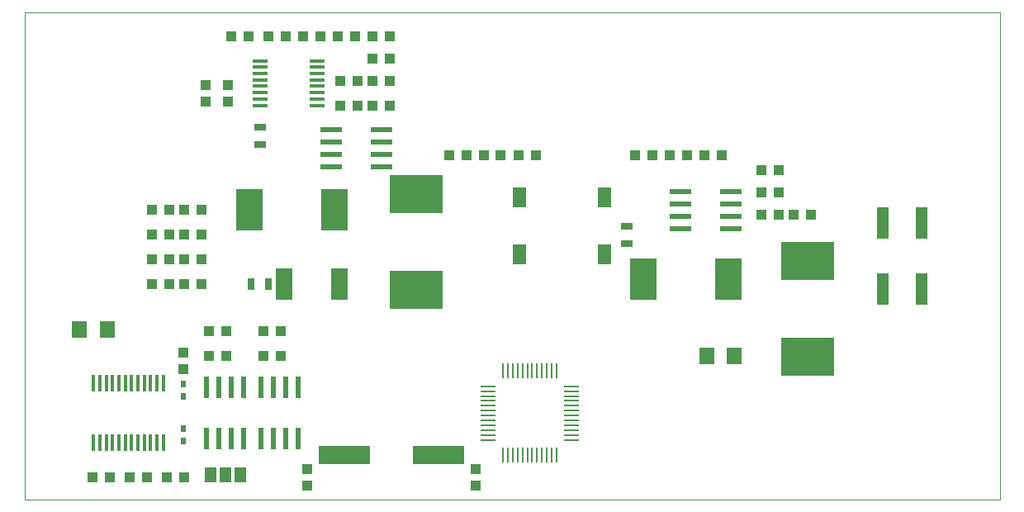
<source format=gtp>
G75*
G70*
%OFA0B0*%
%FSLAX24Y24*%
%IPPOS*%
%LPD*%
%AMOC8*
5,1,8,0,0,1.08239X$1,22.5*
%
%ADD10C,0.0000*%
%ADD11R,0.0433X0.0394*%
%ADD12R,0.0630X0.0709*%
%ADD13R,0.0870X0.0240*%
%ADD14R,0.0591X0.0098*%
%ADD15R,0.0098X0.0591*%
%ADD16R,0.0630X0.0157*%
%ADD17R,0.0157X0.0650*%
%ADD18R,0.0240X0.0870*%
%ADD19R,0.0630X0.0710*%
%ADD20R,0.0460X0.0630*%
%ADD21R,0.0394X0.0433*%
%ADD22R,0.0472X0.0315*%
%ADD23R,0.1102X0.1654*%
%ADD24R,0.0551X0.0827*%
%ADD25R,0.0315X0.0472*%
%ADD26R,0.2126X0.1575*%
%ADD27R,0.0197X0.0276*%
%ADD28R,0.2100X0.0760*%
%ADD29R,0.0472X0.1260*%
%ADD30R,0.0709X0.1260*%
D10*
X001240Y001540D02*
X001240Y021225D01*
X040610Y021225D01*
X040610Y001540D01*
X001240Y001540D01*
D11*
X004005Y002440D03*
X004675Y002440D03*
X005505Y002440D03*
X006175Y002440D03*
X007005Y002440D03*
X007675Y002440D03*
X008705Y007340D03*
X009375Y007340D03*
X009375Y008340D03*
X008705Y008340D03*
X010905Y008340D03*
X011575Y008340D03*
X011575Y007340D03*
X010905Y007340D03*
X008375Y010240D03*
X007705Y010240D03*
X007075Y010240D03*
X006405Y010240D03*
X006405Y011240D03*
X007075Y011240D03*
X007705Y011240D03*
X008375Y011240D03*
X008375Y012240D03*
X007705Y012240D03*
X007075Y012240D03*
X006405Y012240D03*
X006405Y013240D03*
X007075Y013240D03*
X007705Y013240D03*
X008375Y013240D03*
X014005Y017440D03*
X014675Y017440D03*
X015305Y017440D03*
X015975Y017440D03*
X015975Y018440D03*
X015305Y018440D03*
X014675Y018440D03*
X014005Y018440D03*
X015305Y019340D03*
X015975Y019340D03*
X015975Y020240D03*
X015305Y020240D03*
X014575Y020240D03*
X013905Y020240D03*
X013175Y020240D03*
X012505Y020240D03*
X011775Y020240D03*
X011105Y020240D03*
X010275Y020240D03*
X009605Y020240D03*
X018405Y015440D03*
X019075Y015440D03*
X019788Y015438D03*
X020457Y015438D03*
X021205Y015440D03*
X021875Y015440D03*
X025905Y015440D03*
X026575Y015440D03*
X027305Y015440D03*
X027975Y015440D03*
X028705Y015440D03*
X029375Y015440D03*
X031005Y014840D03*
X031675Y014840D03*
X031675Y013940D03*
X031005Y013940D03*
X031005Y013040D03*
X031675Y013040D03*
X032305Y013040D03*
X032975Y013040D03*
D12*
X029891Y007340D03*
X028789Y007340D03*
D13*
X029770Y012490D03*
X029770Y012990D03*
X029770Y013490D03*
X029770Y013990D03*
X027710Y013990D03*
X027710Y013490D03*
X027710Y012990D03*
X027710Y012490D03*
X015670Y014990D03*
X015670Y015490D03*
X015670Y015990D03*
X015670Y016490D03*
X013610Y016490D03*
X013610Y015990D03*
X013610Y015490D03*
X013610Y014990D03*
D14*
X019947Y006123D03*
X019947Y005926D03*
X019947Y005729D03*
X019947Y005532D03*
X019947Y005335D03*
X019947Y005138D03*
X019947Y004942D03*
X019947Y004745D03*
X019947Y004548D03*
X019947Y004351D03*
X019947Y004154D03*
X019947Y003957D03*
X023333Y003957D03*
X023333Y004154D03*
X023333Y004351D03*
X023333Y004548D03*
X023333Y004745D03*
X023333Y004942D03*
X023333Y005138D03*
X023333Y005335D03*
X023333Y005532D03*
X023333Y005729D03*
X023333Y005926D03*
X023333Y006123D03*
D15*
X022723Y006733D03*
X022526Y006733D03*
X022329Y006733D03*
X022132Y006733D03*
X021935Y006733D03*
X021738Y006733D03*
X021542Y006733D03*
X021345Y006733D03*
X021148Y006733D03*
X020951Y006733D03*
X020754Y006733D03*
X020557Y006733D03*
X020557Y003347D03*
X020754Y003347D03*
X020951Y003347D03*
X021148Y003347D03*
X021345Y003347D03*
X021542Y003347D03*
X021738Y003347D03*
X021935Y003347D03*
X022132Y003347D03*
X022329Y003347D03*
X022526Y003347D03*
X022723Y003347D03*
D16*
X013062Y017464D03*
X013062Y017720D03*
X013062Y017976D03*
X013062Y018232D03*
X013062Y018488D03*
X013062Y018744D03*
X013062Y018999D03*
X013062Y019255D03*
X010739Y019255D03*
X010739Y018999D03*
X010739Y018744D03*
X010739Y018488D03*
X010739Y018232D03*
X010739Y017976D03*
X010739Y017720D03*
X010739Y017464D03*
D17*
X006847Y006241D03*
X006592Y006241D03*
X006336Y006241D03*
X006080Y006241D03*
X005824Y006241D03*
X005568Y006241D03*
X005312Y006241D03*
X005056Y006241D03*
X004800Y006241D03*
X004544Y006241D03*
X004288Y006241D03*
X004033Y006241D03*
X004033Y003839D03*
X004288Y003839D03*
X004544Y003839D03*
X004800Y003839D03*
X005056Y003839D03*
X005312Y003839D03*
X005568Y003839D03*
X005824Y003839D03*
X006080Y003839D03*
X006336Y003839D03*
X006592Y003839D03*
X006847Y003839D03*
D18*
X008590Y004010D03*
X009090Y004010D03*
X009590Y004010D03*
X010090Y004010D03*
X010790Y004010D03*
X011290Y004010D03*
X011790Y004010D03*
X012290Y004010D03*
X012290Y006070D03*
X011790Y006070D03*
X011290Y006070D03*
X010790Y006070D03*
X010090Y006070D03*
X009590Y006070D03*
X009090Y006070D03*
X008590Y006070D03*
D19*
X004590Y008411D03*
X003470Y008411D03*
D20*
X008740Y002540D03*
X009340Y002540D03*
X009940Y002540D03*
D21*
X012640Y002775D03*
X012640Y002105D03*
X019440Y002105D03*
X019440Y002775D03*
X007640Y006805D03*
X007640Y007475D03*
X008540Y017605D03*
X009440Y017605D03*
X009440Y018275D03*
X008540Y018275D03*
D22*
X010740Y016594D03*
X010740Y015886D03*
X025540Y012594D03*
X025540Y011886D03*
D23*
X026208Y010440D03*
X029672Y010440D03*
X013772Y013240D03*
X010308Y013240D03*
D24*
X021208Y013740D03*
X024672Y013740D03*
X024672Y011440D03*
X021208Y011440D03*
D25*
X011094Y010240D03*
X010386Y010240D03*
D26*
X017040Y010011D03*
X017040Y013869D03*
X032840Y011169D03*
X032840Y007311D03*
D27*
X007640Y006226D03*
X007640Y005714D03*
X007640Y004416D03*
X007640Y003904D03*
D28*
X014140Y003340D03*
X017940Y003340D03*
D29*
X035886Y010044D03*
X037460Y010044D03*
X037460Y012721D03*
X035886Y012721D03*
D30*
X013942Y010240D03*
X011738Y010240D03*
M02*

</source>
